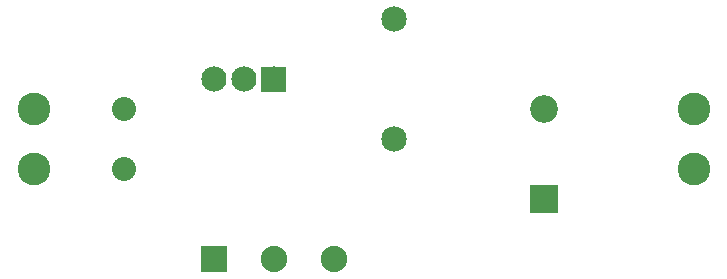
<source format=gbs>
G04 MADE WITH FRITZING*
G04 WWW.FRITZING.ORG*
G04 SINGLE SIDED*
G04 HOLES NOT PLATED*
G04 CONTOUR ON CENTER OF CONTOUR VECTOR*
%ASAXBY*%
%FSLAX23Y23*%
%MOIN*%
%OFA0B0*%
%SFA1.0B1.0*%
%ADD10C,0.085000*%
%ADD11C,0.080000*%
%ADD12C,0.092000*%
%ADD13C,0.109055*%
%ADD14C,0.084000*%
%ADD15C,0.088000*%
%ADD16R,0.092000X0.092000*%
%ADD17R,0.088000X0.088000*%
%ADD18R,0.001000X0.001000*%
%LNMASK0*%
G90*
G70*
G54D10*
X1344Y612D03*
X1344Y1012D03*
G54D11*
X444Y512D03*
X444Y712D03*
G54D12*
X1844Y412D03*
X1844Y712D03*
G54D13*
X144Y712D03*
X144Y512D03*
X2344Y712D03*
X2344Y512D03*
G54D14*
X944Y812D03*
X844Y812D03*
X744Y812D03*
G54D15*
X744Y212D03*
X944Y212D03*
X1144Y212D03*
G54D16*
X1844Y412D03*
G54D17*
X744Y212D03*
G54D18*
X902Y853D02*
X985Y853D01*
X902Y852D02*
X985Y852D01*
X902Y851D02*
X985Y851D01*
X902Y850D02*
X985Y850D01*
X902Y849D02*
X985Y849D01*
X902Y848D02*
X985Y848D01*
X902Y847D02*
X985Y847D01*
X902Y846D02*
X985Y846D01*
X902Y845D02*
X985Y845D01*
X902Y844D02*
X985Y844D01*
X902Y843D02*
X985Y843D01*
X902Y842D02*
X985Y842D01*
X902Y841D02*
X985Y841D01*
X902Y840D02*
X985Y840D01*
X902Y839D02*
X985Y839D01*
X902Y838D02*
X985Y838D01*
X902Y837D02*
X985Y837D01*
X902Y836D02*
X985Y836D01*
X902Y835D02*
X985Y835D01*
X902Y834D02*
X985Y834D01*
X902Y833D02*
X985Y833D01*
X902Y832D02*
X985Y832D01*
X902Y831D02*
X985Y831D01*
X902Y830D02*
X985Y830D01*
X902Y829D02*
X985Y829D01*
X902Y828D02*
X985Y828D01*
X902Y827D02*
X985Y827D01*
X902Y826D02*
X939Y826D01*
X949Y826D02*
X985Y826D01*
X902Y825D02*
X936Y825D01*
X951Y825D02*
X985Y825D01*
X902Y824D02*
X935Y824D01*
X953Y824D02*
X985Y824D01*
X902Y823D02*
X934Y823D01*
X954Y823D02*
X985Y823D01*
X902Y822D02*
X933Y822D01*
X955Y822D02*
X985Y822D01*
X902Y821D02*
X932Y821D01*
X956Y821D02*
X985Y821D01*
X902Y820D02*
X931Y820D01*
X957Y820D02*
X985Y820D01*
X902Y819D02*
X930Y819D01*
X957Y819D02*
X985Y819D01*
X902Y818D02*
X930Y818D01*
X958Y818D02*
X985Y818D01*
X902Y817D02*
X929Y817D01*
X958Y817D02*
X985Y817D01*
X902Y816D02*
X929Y816D01*
X958Y816D02*
X985Y816D01*
X902Y815D02*
X929Y815D01*
X959Y815D02*
X985Y815D01*
X902Y814D02*
X929Y814D01*
X959Y814D02*
X985Y814D01*
X902Y813D02*
X929Y813D01*
X959Y813D02*
X985Y813D01*
X902Y812D02*
X929Y812D01*
X959Y812D02*
X985Y812D01*
X902Y811D02*
X929Y811D01*
X959Y811D02*
X985Y811D01*
X902Y810D02*
X929Y810D01*
X959Y810D02*
X985Y810D01*
X902Y809D02*
X929Y809D01*
X959Y809D02*
X985Y809D01*
X902Y808D02*
X929Y808D01*
X958Y808D02*
X985Y808D01*
X902Y807D02*
X929Y807D01*
X958Y807D02*
X985Y807D01*
X902Y806D02*
X930Y806D01*
X958Y806D02*
X985Y806D01*
X902Y805D02*
X930Y805D01*
X957Y805D02*
X985Y805D01*
X902Y804D02*
X931Y804D01*
X957Y804D02*
X985Y804D01*
X902Y803D02*
X932Y803D01*
X956Y803D02*
X985Y803D01*
X902Y802D02*
X933Y802D01*
X955Y802D02*
X985Y802D01*
X902Y801D02*
X934Y801D01*
X954Y801D02*
X985Y801D01*
X902Y800D02*
X935Y800D01*
X953Y800D02*
X985Y800D01*
X902Y799D02*
X936Y799D01*
X951Y799D02*
X985Y799D01*
X902Y798D02*
X939Y798D01*
X949Y798D02*
X985Y798D01*
X902Y797D02*
X985Y797D01*
X902Y796D02*
X985Y796D01*
X902Y795D02*
X985Y795D01*
X902Y794D02*
X985Y794D01*
X902Y793D02*
X985Y793D01*
X902Y792D02*
X985Y792D01*
X902Y791D02*
X985Y791D01*
X902Y790D02*
X985Y790D01*
X902Y789D02*
X985Y789D01*
X902Y788D02*
X985Y788D01*
X902Y787D02*
X985Y787D01*
X902Y786D02*
X985Y786D01*
X902Y785D02*
X985Y785D01*
X902Y784D02*
X985Y784D01*
X902Y783D02*
X985Y783D01*
X902Y782D02*
X985Y782D01*
X902Y781D02*
X985Y781D01*
X902Y780D02*
X985Y780D01*
X902Y779D02*
X985Y779D01*
X902Y778D02*
X985Y778D01*
X902Y777D02*
X985Y777D01*
X902Y776D02*
X985Y776D01*
X902Y775D02*
X985Y775D01*
X902Y774D02*
X985Y774D01*
X902Y773D02*
X985Y773D01*
X902Y772D02*
X985Y772D01*
X902Y771D02*
X985Y771D01*
X903Y770D02*
X985Y770D01*
D02*
G04 End of Mask0*
M02*
</source>
